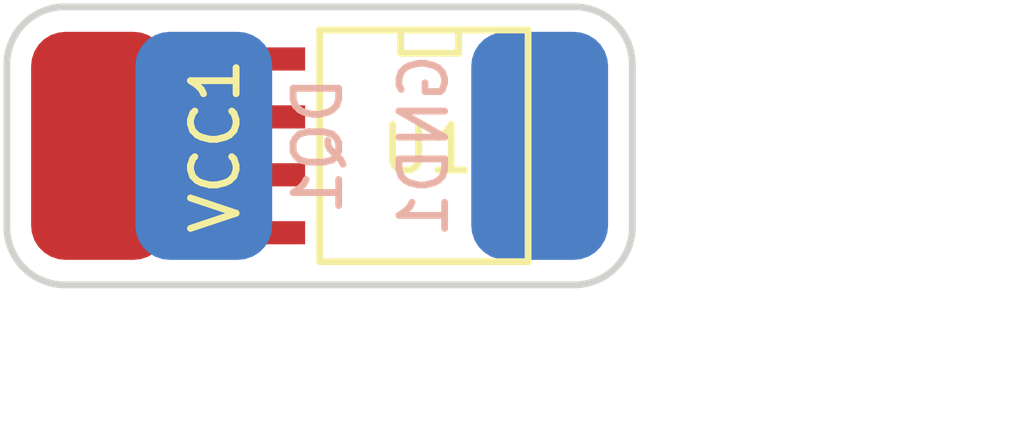
<source format=kicad_pcb>
(kicad_pcb (version 20171130) (host pcbnew 5.0.1-33cea8e~68~ubuntu18.04.1)

  (general
    (thickness 1.6)
    (drawings 10)
    (tracks 0)
    (zones 0)
    (modules 4)
    (nets 1)
  )

  (page A4)
  (layers
    (0 F.Cu signal)
    (31 B.Cu signal)
    (32 B.Adhes user)
    (33 F.Adhes user)
    (34 B.Paste user)
    (35 F.Paste user)
    (36 B.SilkS user)
    (37 F.SilkS user)
    (38 B.Mask user)
    (39 F.Mask user)
    (40 Dwgs.User user)
    (41 Cmts.User user)
    (42 Eco1.User user)
    (43 Eco2.User user)
    (44 Edge.Cuts user)
    (45 Margin user)
    (46 B.CrtYd user)
    (47 F.CrtYd user)
    (48 B.Fab user)
    (49 F.Fab user)
  )

  (setup
    (last_trace_width 0.25)
    (trace_clearance 0.2)
    (zone_clearance 0.508)
    (zone_45_only no)
    (trace_min 0.2)
    (segment_width 0.2)
    (edge_width 0.15)
    (via_size 0.8)
    (via_drill 0.4)
    (via_min_size 0.4)
    (via_min_drill 0.3)
    (uvia_size 0.3)
    (uvia_drill 0.1)
    (uvias_allowed no)
    (uvia_min_size 0.2)
    (uvia_min_drill 0.1)
    (pcb_text_width 0.3)
    (pcb_text_size 1.5 1.5)
    (mod_edge_width 0.15)
    (mod_text_size 1 1)
    (mod_text_width 0.15)
    (pad_size 5 3)
    (pad_drill 0)
    (pad_to_mask_clearance 0.051)
    (solder_mask_min_width 0.25)
    (aux_axis_origin 0 0)
    (visible_elements FFFFFF7F)
    (pcbplotparams
      (layerselection 0x010fc_ffffffff)
      (usegerberextensions false)
      (usegerberattributes false)
      (usegerberadvancedattributes false)
      (creategerberjobfile false)
      (excludeedgelayer true)
      (linewidth 0.100000)
      (plotframeref false)
      (viasonmask false)
      (mode 1)
      (useauxorigin false)
      (hpglpennumber 1)
      (hpglpenspeed 20)
      (hpglpendiameter 15.000000)
      (psnegative false)
      (psa4output false)
      (plotreference true)
      (plotvalue true)
      (plotinvisibletext false)
      (padsonsilk false)
      (subtractmaskfromsilk false)
      (outputformat 1)
      (mirror false)
      (drillshape 1)
      (scaleselection 1)
      (outputdirectory ""))
  )

  (net 0 "")

  (net_class Default "This is the default net class."
    (clearance 0.2)
    (trace_width 0.25)
    (via_dia 0.8)
    (via_drill 0.4)
    (uvia_dia 0.3)
    (uvia_drill 0.1)
  )

  (module "kicad-gfa local:SOIC-8-N" (layer F.Cu) (tedit 568BC9FB) (tstamp 5BF40E0C)
    (at 100.076 100.076 270)
    (descr "Module Narrow CMS SOJ 8 pins large")
    (tags "CMS SOJ")
    (path /5BF2C05C)
    (attr smd)
    (fp_text reference U1 (at 0.076 -0.076) (layer F.SilkS)
      (effects (font (size 1 1) (thickness 0.15)))
    )
    (fp_text value DS18B20Z (at 0 1.27 270) (layer F.Fab) hide
      (effects (font (size 1 1) (thickness 0.15)))
    )
    (fp_line (start -2.54 -2.286) (end 2.54 -2.286) (layer F.SilkS) (width 0.15))
    (fp_line (start 2.54 -2.286) (end 2.54 2.286) (layer F.SilkS) (width 0.15))
    (fp_line (start 2.54 2.286) (end -2.54 2.286) (layer F.SilkS) (width 0.15))
    (fp_line (start -2.54 2.286) (end -2.54 -2.286) (layer F.SilkS) (width 0.15))
    (fp_line (start -2.54 -0.762) (end -2.032 -0.762) (layer F.SilkS) (width 0.15))
    (fp_line (start -2.032 -0.762) (end -2.032 0.508) (layer F.SilkS) (width 0.15))
    (fp_line (start -2.032 0.508) (end -2.54 0.508) (layer F.SilkS) (width 0.15))
    (pad 8 smd rect (at -1.905 -3.175 270) (size 0.508 1.143) (layers F.Cu F.Paste F.Mask))
    (pad 7 smd rect (at -0.635 -3.175 270) (size 0.508 1.143) (layers F.Cu F.Paste F.Mask))
    (pad 6 smd rect (at 0.635 -3.175 270) (size 0.508 1.143) (layers F.Cu F.Paste F.Mask))
    (pad 5 smd rect (at 1.905 -3.175 270) (size 0.508 1.143) (layers F.Cu F.Paste F.Mask))
    (pad 4 smd rect (at 1.905 3.175 270) (size 0.508 1.143) (layers F.Cu F.Paste F.Mask))
    (pad 3 smd rect (at 0.635 3.175 270) (size 0.508 1.143) (layers F.Cu F.Paste F.Mask))
    (pad 2 smd rect (at -0.635 3.175 270) (size 0.508 1.143) (layers F.Cu F.Paste F.Mask))
    (pad 1 smd rect (at -1.905 3.175 270) (size 0.508 1.143) (layers F.Cu F.Paste F.Mask))
    (model SMD_Packages.3dshapes/SOIC-8-N.wrl
      (at (xyz 0 0 0))
      (scale (xyz 0.5 0.38 0.5))
      (rotate (xyz 0 0 0))
    )
  )

  (module project_footprints:PAD (layer B.Cu) (tedit 5BF40F5C) (tstamp 5BF41027)
    (at 95.25 100.076 90)
    (path /5BF2C592)
    (attr smd)
    (fp_text reference DQ1 (at 0 2.504 -90) (layer B.SilkS)
      (effects (font (size 1 1) (thickness 0.15)) (justify mirror))
    )
    (fp_text value Pad (at 0 2.54 90) (layer B.Fab) hide
      (effects (font (size 1 1) (thickness 0.15)) (justify mirror))
    )
    (pad "" smd roundrect (at 0 0 90) (size 5 3) (layers B.Cu B.Paste B.Mask) (roundrect_rratio 0.25))
  )

  (module project_footprints:PAD (layer B.Cu) (tedit 5BF41046) (tstamp 5BF40D78)
    (at 102.616 100.076 90)
    (path /5BF2C61E)
    (attr smd)
    (fp_text reference GND1 (at 0 -2.54 90) (layer B.SilkS)
      (effects (font (size 1 1) (thickness 0.15)) (justify mirror))
    )
    (fp_text value Pad (at 0 2.54 90) (layer B.Fab) hide
      (effects (font (size 1 1) (thickness 0.15)) (justify mirror))
    )
    (pad "" smd roundrect (at 0 0 90) (size 5 3) (layers B.Cu B.Paste B.Mask) (roundrect_rratio 0.25))
  )

  (module project_footprints:PAD (layer F.Cu) (tedit 5BF4074D) (tstamp 5BF40E4C)
    (at 92.964 100.076 90)
    (path /5BF2C5C0)
    (attr smd)
    (fp_text reference VCC1 (at 0 2.54 90) (layer F.SilkS)
      (effects (font (size 1 1) (thickness 0.15)))
    )
    (fp_text value Pad (at 0 -2.54 90) (layer F.Fab) hide
      (effects (font (size 1 1) (thickness 0.15)))
    )
    (pad "" smd roundrect (at 0 0 90) (size 5 3) (layers F.Cu F.Paste F.Mask) (roundrect_rratio 0.25))
  )

  (dimension 6.096 (width 0.3) (layer Dwgs.User)
    (gr_text "6.096 mm" (at 111.32 100.076 270) (layer Dwgs.User)
      (effects (font (size 1.5 1.5) (thickness 0.3)))
    )
    (feature1 (pts (xy 101.854 103.124) (xy 109.806421 103.124)))
    (feature2 (pts (xy 101.854 97.028) (xy 109.806421 97.028)))
    (crossbar (pts (xy 109.22 97.028) (xy 109.22 103.124)))
    (arrow1a (pts (xy 109.22 103.124) (xy 108.633579 101.997496)))
    (arrow1b (pts (xy 109.22 103.124) (xy 109.806421 101.997496)))
    (arrow2a (pts (xy 109.22 97.028) (xy 108.633579 98.154504)))
    (arrow2b (pts (xy 109.22 97.028) (xy 109.806421 98.154504)))
  )
  (dimension 13.716 (width 0.3) (layer Dwgs.User)
    (gr_text "13.716 mm" (at 97.79 108.018) (layer Dwgs.User)
      (effects (font (size 1.5 1.5) (thickness 0.3)))
    )
    (feature1 (pts (xy 104.648 101.092) (xy 104.648 106.504421)))
    (feature2 (pts (xy 90.932 101.092) (xy 90.932 106.504421)))
    (crossbar (pts (xy 90.932 105.918) (xy 104.648 105.918)))
    (arrow1a (pts (xy 104.648 105.918) (xy 103.521496 106.504421)))
    (arrow1b (pts (xy 104.648 105.918) (xy 103.521496 105.331579)))
    (arrow2a (pts (xy 90.932 105.918) (xy 92.058504 106.504421)))
    (arrow2b (pts (xy 90.932 105.918) (xy 92.058504 105.331579)))
  )
  (gr_line (start 90.932 98.298) (end 90.932 101.854) (layer Edge.Cuts) (width 0.15))
  (gr_line (start 104.648 98.298) (end 104.648 101.854) (layer Edge.Cuts) (width 0.15))
  (gr_line (start 103.378 103.124) (end 92.202 103.124) (layer Edge.Cuts) (width 0.15))
  (gr_line (start 103.378 97.028) (end 92.202 97.028) (layer Edge.Cuts) (width 0.15))
  (gr_arc (start 103.378 98.298) (end 104.648 98.298) (angle -90) (layer Edge.Cuts) (width 0.15) (tstamp 5BF40C2C))
  (gr_arc (start 103.378 101.854) (end 103.378 103.124) (angle -90) (layer Edge.Cuts) (width 0.15) (tstamp 5BF40C1A))
  (gr_arc (start 92.202 101.854) (end 90.932 101.854) (angle -90) (layer Edge.Cuts) (width 0.15) (tstamp 5BF40BD9))
  (gr_arc (start 92.202 98.298) (end 92.202 97.028) (angle -90) (layer Edge.Cuts) (width 0.15))

)

</source>
